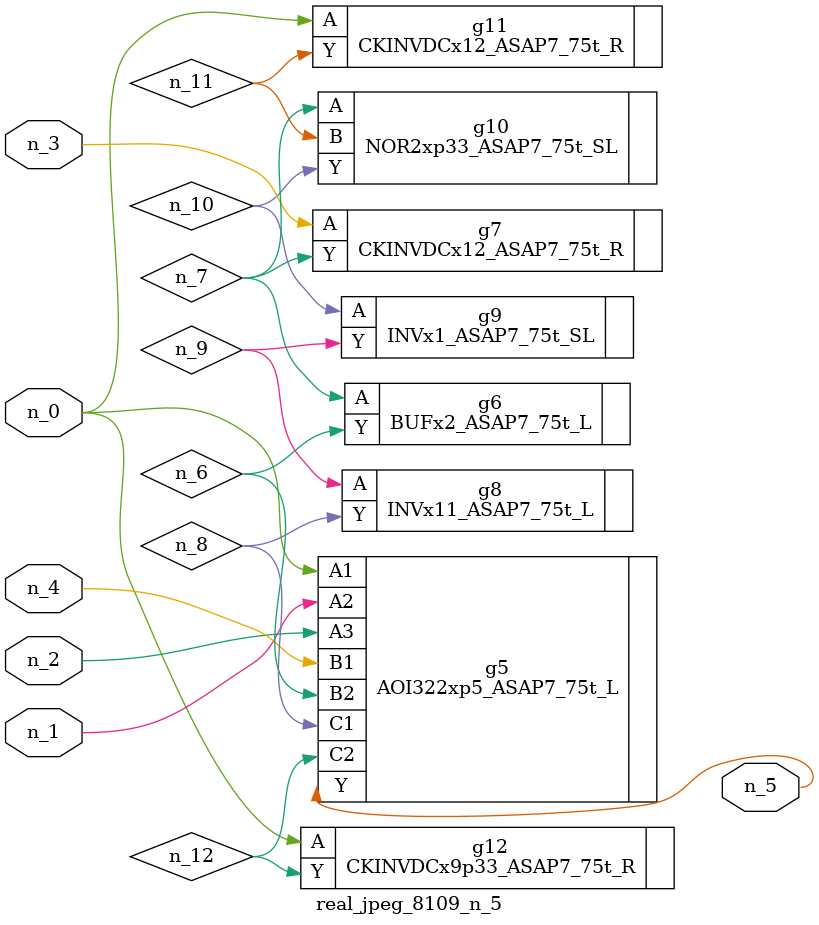
<source format=v>
module real_jpeg_8109_n_5 (n_4, n_0, n_1, n_2, n_3, n_5);

input n_4;
input n_0;
input n_1;
input n_2;
input n_3;

output n_5;

wire n_12;
wire n_8;
wire n_11;
wire n_6;
wire n_7;
wire n_10;
wire n_9;

AOI322xp5_ASAP7_75t_L g5 ( 
.A1(n_0),
.A2(n_1),
.A3(n_2),
.B1(n_4),
.B2(n_6),
.C1(n_8),
.C2(n_12),
.Y(n_5)
);

CKINVDCx12_ASAP7_75t_R g11 ( 
.A(n_0),
.Y(n_11)
);

CKINVDCx9p33_ASAP7_75t_R g12 ( 
.A(n_0),
.Y(n_12)
);

CKINVDCx12_ASAP7_75t_R g7 ( 
.A(n_3),
.Y(n_7)
);

BUFx2_ASAP7_75t_L g6 ( 
.A(n_7),
.Y(n_6)
);

NOR2xp33_ASAP7_75t_SL g10 ( 
.A(n_7),
.B(n_11),
.Y(n_10)
);

INVx11_ASAP7_75t_L g8 ( 
.A(n_9),
.Y(n_8)
);

INVx1_ASAP7_75t_SL g9 ( 
.A(n_10),
.Y(n_9)
);


endmodule
</source>
